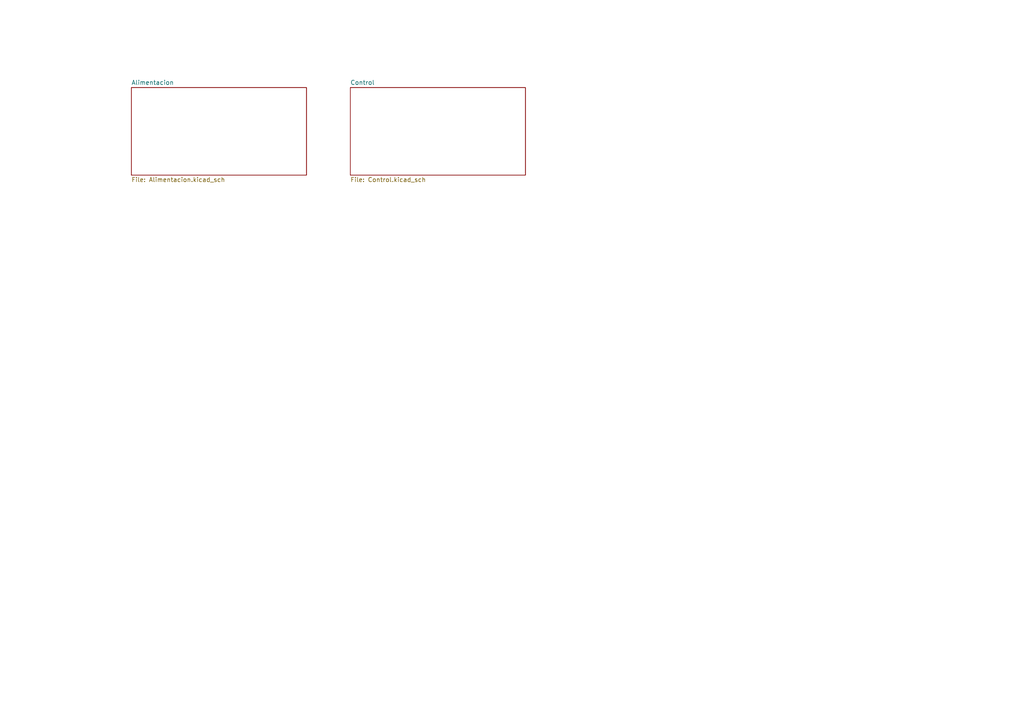
<source format=kicad_sch>
(kicad_sch (version 20211123) (generator eeschema)
  (paper "A4")
  (lib_symbols)
  (sheet (at 38.1 25.4) (size 50.8 25.4)
    (property "Sheet name" "Alimentacion" (at 38.1 24.6884 0) (effects (justify left bottom)))
    (property "Sheet file" "Alimentacion.kicad_sch" (at 38.1 51.3846 0) (effects (justify left top)))
  )
  (sheet (at 101.6 25.4) (size 50.8 25.4)
    (property "Sheet name" "Control" (at 101.6 24.6884 0) (effects (justify left bottom)))
    (property "Sheet file" "Control.kicad_sch" (at 101.6 51.3846 0) (effects (justify left top)))
  )
)
</source>
